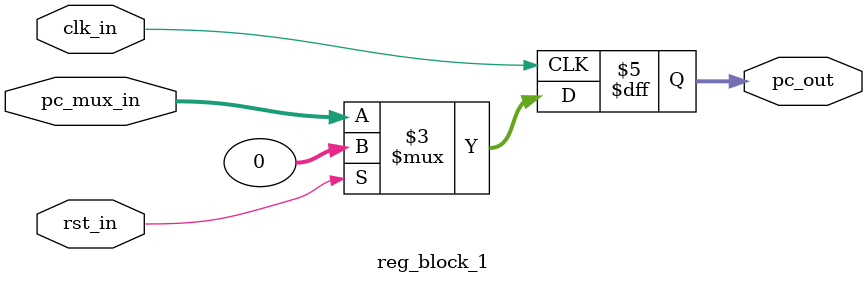
<source format=v>
module reg_block_1(input             clk_in,rst_in,
                          input      [31:0] pc_mux_in,
                          output reg [31:0] pc_out
                         );
								
   parameter BOOT_ADDRESS = 0;
   always@(posedge clk_in)
   begin
      if(rst_in)
         pc_out <= BOOT_ADDRESS;
      else
         pc_out <= pc_mux_in;
   end
endmodule

</source>
